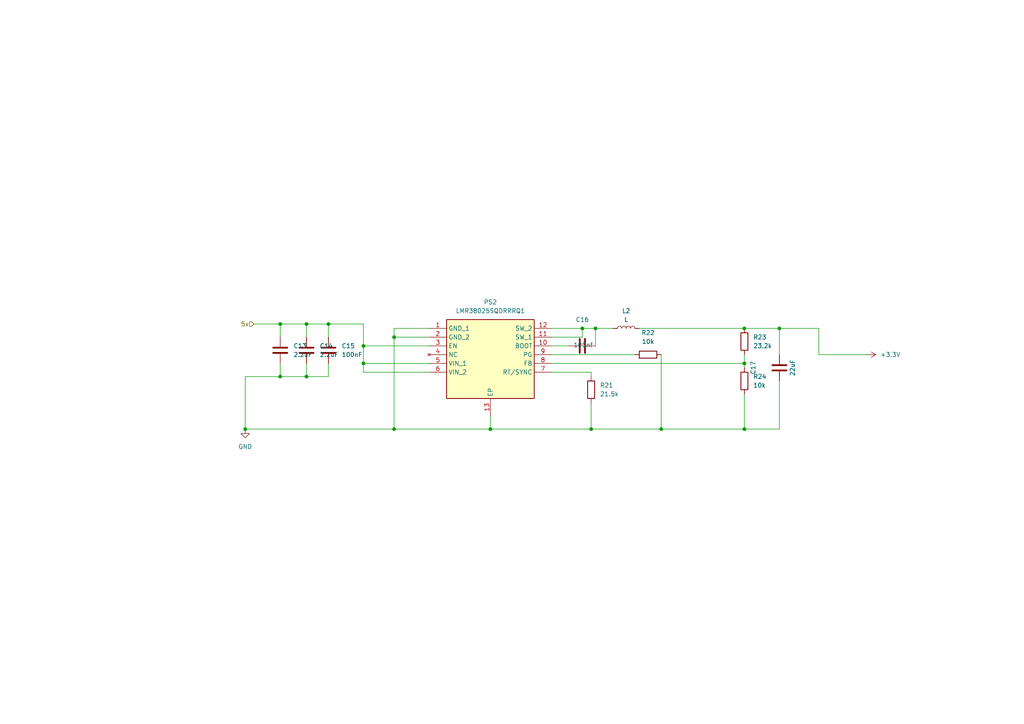
<source format=kicad_sch>
(kicad_sch (version 20250114) (generator "eeschema") (generator_version "9.0")
  (paper "A4")
  (lib_symbols
    (symbol "Device:C" (pin_numbers (hide yes)) (pin_names (offset 0.254))
      (property "Reference" "C" (at 0.635 2.54 0))
      (property "Value" "C" (at 0.635 -2.54 0))
      (symbol "C_0_1"
        (polyline (pts (xy -2.032 0.762) (xy 2.032 0.762)) (stroke (width 0.508)))
        (polyline (pts (xy -2.032 -0.762) (xy 2.032 -0.762)) (stroke (width 0.508)))
      )
      (symbol "C_1_1"
        (pin passive line (at 0 3.81 270) (length 2.794) (name "~") (number "1"))
        (pin passive line (at 0 -3.81 90) (length 2.794) (name "~") (number "2"))
      )
    )
    (symbol "Device:L" (pin_numbers (hide yes)) (pin_names (offset 1.016) (hide yes))
      (property "Reference" "L" (at -1.27 0 90))
      (property "Value" "L" (at 1.905 0 90))
      (symbol "L_0_1"
        (arc (start 0 2.54) (mid 0.6323 1.905) (end 0 1.27))
        (arc (start 0 1.27) (mid 0.6323 0.635) (end 0 0))
        (arc (start 0 0) (mid 0.6323 -0.635) (end 0 -1.27))
        (arc (start 0 -1.27) (mid 0.6323 -1.905) (end 0 -2.54))
      )
      (symbol "L_1_1"
        (pin passive line (at 0 3.81 270) (length 1.27) (name "1") (number "1"))
        (pin passive line (at 0 -3.81 90) (length 1.27) (name "2") (number "2"))
      )
    )
    (symbol "Device:R" (pin_numbers (hide yes)) (pin_names (offset 0))
      (property "Reference" "R" (at 2.032 0 90))
      (property "Value" "R" (at 0 0 90))
      (symbol "R_0_1"
        (rectangle (start -1.016 -2.54) (end 1.016 2.54) (stroke (width 0.254)))
      )
      (symbol "R_1_1"
        (pin passive line (at 0 3.81 270) (length 1.27) (name "~") (number "1"))
        (pin passive line (at 0 -3.81 90) (length 1.27) (name "~") (number "2"))
      )
    )
    (symbol "LMR38025SQDRRRQ1:LMR38025SQDRRRQ1"
      (property "Reference" "PS" (at 31.75 7.62 0))
      (property "Value" "LMR38025SQDRRRQ1" (at 31.75 5.08 0))
      (symbol "LMR38025SQDRRRQ1_1_1"
        (rectangle (start 5.08 2.54) (end 30.48 -20.32) (stroke (width 0.254)) (fill (type background)))
        (pin passive line (at 0 0 0) (length 5.08) (name "GND_1") (number "1"))
        (pin passive line (at 0 -2.54 0) (length 5.08) (name "GND_2") (number "2"))
        (pin passive line (at 0 -5.08 0) (length 5.08) (name "EN") (number "3"))
        (pin no_connect line (at 0 -7.62 0) (length 5.08) (name "NC") (number "4"))
        (pin passive line (at 0 -10.16 0) (length 5.08) (name "VIN_1") (number "5"))
        (pin passive line (at 0 -12.7 0) (length 5.08) (name "VIN_2") (number "6"))
        (pin passive line (at 17.78 -25.4 90) (length 5.08) (name "EP") (number "13"))
        (pin passive line (at 35.56 0 180) (length 5.08) (name "SW_2") (number "12"))
        (pin passive line (at 35.56 -2.54 180) (length 5.08) (name "SW_1") (number "11"))
        (pin passive line (at 35.56 -5.08 180) (length 5.08) (name "BOOT") (number "10"))
        (pin passive line (at 35.56 -7.62 180) (length 5.08) (name "PG") (number "9"))
        (pin passive line (at 35.56 -10.16 180) (length 5.08) (name "FB") (number "8"))
        (pin passive line (at 35.56 -12.7 180) (length 5.08) (name "RT/SYNC") (number "7"))
      )
    )
    (symbol "power:+3.3V" (power) (pin_numbers (hide yes)) (pin_names (offset 0) (hide yes))
      (property "Value" "+3.3V" (at 0 3.556 0))
      (symbol "+3.3V_0_1"
        (polyline (pts (xy -0.762 1.27) (xy 0 2.54)))
        (polyline (pts (xy 0 2.54) (xy 0.762 1.27)))
        (polyline (pts (xy 0 0) (xy 0 2.54)))
      )
      (symbol "+3.3V_1_1"
        (pin power_in line (at 0 0 90) (length 0) (name "~") (number "1"))
      )
    )
    (symbol "power:GND" (power) (pin_numbers (hide yes)) (pin_names (offset 0) (hide yes))
      (property "Value" "GND" (at 0 -3.81 0))
      (symbol "GND_0_1"
        (polyline (pts (xy 0 0) (xy 0 -1.27) (xy 1.27 -1.27) (xy 0 -2.54) (xy -1.27 -1.27) (xy 0 -1.27)))
      )
      (symbol "GND_1_1"
        (pin power_in line (at 0 0 270) (length 0) (name "~") (number "1"))
      )
    )
  )
  (junction (at 215.9 95.25))
  (junction (at 172.72 95.25))
  (junction (at 105.41 105.41))
  (junction (at 215.9 124.46))
  (junction (at 114.3 124.46))
  (junction (at 215.9 105.41))
  (junction (at 105.41 100.33))
  (junction (at 168.91 95.25))
  (junction (at 95.25 93.98))
  (junction (at 81.28 93.98))
  (junction (at 226.06 95.25))
  (junction (at 114.3 97.79))
  (junction (at 88.9 93.98))
  (junction (at 71.12 124.46))
  (junction (at 81.28 109.22))
  (junction (at 142.24 124.46))
  (junction (at 171.45 124.46))
  (junction (at 88.9 109.22))
  (junction (at 191.77 124.46))
  (wire (pts (xy 237.49 102.87) (xy 251.46 102.87)))
  (wire (pts (xy 71.12 109.22) (xy 81.28 109.22)))
  (wire (pts (xy 73.66 93.98) (xy 81.28 93.98)))
  (wire (pts (xy 81.28 97.79) (xy 81.28 93.98)))
  (wire (pts (xy 171.45 124.46) (xy 142.24 124.46)))
  (wire (pts (xy 172.72 95.25) (xy 168.91 95.25)))
  (wire (pts (xy 142.24 124.46) (xy 114.3 124.46)))
  (wire (pts (xy 185.42 95.25) (xy 215.9 95.25)))
  (wire (pts (xy 226.06 95.25) (xy 215.9 95.25)))
  (wire (pts (xy 171.45 116.84) (xy 171.45 124.46)))
  (wire (pts (xy 160.02 102.87) (xy 184.15 102.87)))
  (wire (pts (xy 160.02 105.41) (xy 215.9 105.41)))
  (wire (pts (xy 191.77 102.87) (xy 191.77 124.46)))
  (wire (pts (xy 124.46 100.33) (xy 105.41 100.33)))
  (wire (pts (xy 114.3 124.46) (xy 71.12 124.46)))
  (wire (pts (xy 71.12 124.46) (xy 71.12 109.22)))
  (wire (pts (xy 105.41 105.41) (xy 124.46 105.41)))
  (wire (pts (xy 105.41 93.98) (xy 105.41 100.33)))
  (wire (pts (xy 160.02 97.79) (xy 168.91 97.79)))
  (wire (pts (xy 81.28 105.41) (xy 81.28 109.22)))
  (wire (pts (xy 105.41 107.95) (xy 105.41 105.41)))
  (wire (pts (xy 88.9 105.41) (xy 88.9 109.22)))
  (wire (pts (xy 226.06 95.25) (xy 226.06 102.87)))
  (wire (pts (xy 168.91 95.25) (xy 168.91 97.79)))
  (wire (pts (xy 81.28 109.22) (xy 88.9 109.22)))
  (wire (pts (xy 88.9 93.98) (xy 95.25 93.98)))
  (wire (pts (xy 81.28 93.98) (xy 88.9 93.98)))
  (wire (pts (xy 237.49 95.25) (xy 237.49 102.87)))
  (wire (pts (xy 160.02 107.95) (xy 171.45 107.95)))
  (wire (pts (xy 215.9 102.87) (xy 215.9 105.41)))
  (wire (pts (xy 88.9 109.22) (xy 95.25 109.22)))
  (wire (pts (xy 114.3 97.79) (xy 114.3 124.46)))
  (wire (pts (xy 237.49 95.25) (xy 226.06 95.25)))
  (wire (pts (xy 215.9 124.46) (xy 191.77 124.46)))
  (wire (pts (xy 172.72 95.25) (xy 172.72 100.33)))
  (wire (pts (xy 124.46 95.25) (xy 114.3 95.25)))
  (wire (pts (xy 114.3 97.79) (xy 124.46 97.79)))
  (wire (pts (xy 105.41 100.33) (xy 105.41 105.41)))
  (wire (pts (xy 171.45 107.95) (xy 171.45 109.22)))
  (wire (pts (xy 95.25 109.22) (xy 95.25 105.41)))
  (wire (pts (xy 95.25 93.98) (xy 95.25 97.79)))
  (wire (pts (xy 142.24 120.65) (xy 142.24 124.46)))
  (wire (pts (xy 226.06 124.46) (xy 215.9 124.46)))
  (wire (pts (xy 95.25 93.98) (xy 105.41 93.98)))
  (wire (pts (xy 124.46 107.95) (xy 105.41 107.95)))
  (wire (pts (xy 160.02 95.25) (xy 168.91 95.25)))
  (wire (pts (xy 177.8 95.25) (xy 172.72 95.25)))
  (wire (pts (xy 88.9 93.98) (xy 88.9 97.79)))
  (wire (pts (xy 160.02 100.33) (xy 165.1 100.33)))
  (wire (pts (xy 215.9 105.41) (xy 215.9 106.68)))
  (wire (pts (xy 215.9 114.3) (xy 215.9 124.46)))
  (wire (pts (xy 114.3 95.25) (xy 114.3 97.79)))
  (wire (pts (xy 191.77 124.46) (xy 171.45 124.46)))
  (wire (pts (xy 226.06 110.49) (xy 226.06 124.46)))
  (hierarchical_label "5v" (shape input) (at 73.66 93.98 180))
  (symbol (lib_id "Device:R") (at 187.96 102.87 90) (unit 1)
    (property "Reference" "R22" (at 187.96 96.52 90))
    (property "Value" "10k" (at 187.96 99.06 90))
    (property "Footprint" "Resistor_SMD:R_0603_1608Metric" (effects (hide yes)))
    (property "Description" "Resistor" (effects (hide yes)))
  )
  (symbol (lib_id "LMR38025SQDRRRQ1:LMR38025SQDRRRQ1") (at 124.46 95.25 0) (unit 1)
    (property "Reference" "PS2" (at 142.24 87.63 0))
    (property "Value" "LMR38025SQDRRRQ1" (at 142.24 90.17 0))
    (property "Footprint" "LMR380:SON50P300X300X80-13N" (effects (hide yes)))
    (property "Datasheet" "https://www.ti.com/lit/gpn/lmr38025-q1" (effects (hide yes)))
    (property "Description" "Switching Voltage Regulators LMR38025SQDRRRQ1" (effects (hide yes)))
    (property "Height" "0.8" (effects (hide yes)))
    (property "Mouser Part Number" "595-LMR38025SQDRRRQ1" (effects (hide yes)))
    (property "Mouser Price/Stock" "https://www.mouser.co.uk/ProductDetail/Texas-Instruments/LMR38025SQDRRRQ1?qs=Z%252BL2brAPG1JSpH2snz70qg%3D%3D" (effects (hide yes)))
    (property "Manufacturer_Name" "Texas Instruments" (effects (hide yes)))
    (property "Manufacturer_Part_Number" "LMR38025SQDRRRQ1" (effects (hide yes)))
  )
  (symbol (lib_id "Device:L") (at 181.61 95.25 90) (unit 1)
    (property "Reference" "L2" (at 181.61 90.17 90))
    (property "Value" "L" (at 181.61 92.71 90))
    (property "Footprint" "PA4332_152NLT:IND_PA4332.152NLT" (effects (hide yes)))
    (property "Description" "Inductor" (effects (hide yes)))
  )
  (symbol (lib_id "power:GND") (at 71.12 124.46 0) (unit 1)
    (property "Reference" "#PWR028" (effects (hide yes)))
    (property "Value" "GND" (at 71.12 129.54 0))
    (property "Description" "Power symbol creates a global label with name \"GND\" , ground" (effects (hide yes)))
  )
  (symbol (lib_id "Device:C") (at 226.06 106.68 180) (unit 1)
    (property "Reference" "C17" (at 218.44 106.68 90))
    (property "Value" "22uF" (at 229.87 106.68 90))
    (property "Footprint" "Capacitor_SMD:C_0603_1608Metric" (effects (hide yes)))
    (property "Description" "Unpolarized capacitor" (effects (hide yes)))
  )
  (symbol (lib_id "power:+3.3V") (at 251.46 102.87 270) (unit 1)
    (property "Reference" "#PWR029" (effects (hide yes)))
    (property "Value" "+3.3V" (at 255.27 102.8699 90) (effects (justify left)))
    (property "Description" "Power symbol creates a global label with name \"+3.3V\"" (effects (hide yes)))
  )
  (symbol (lib_id "Device:R") (at 171.45 113.03 0) (unit 1)
    (property "Reference" "R21" (at 173.99 111.7599 0) (effects (justify left)))
    (property "Value" "21.5k" (at 173.99 114.2999 0) (effects (justify left)))
    (property "Footprint" "Resistor_SMD:R_0402_1005Metric" (effects (hide yes)))
    (property "Description" "Resistor" (effects (hide yes)))
  )
  (symbol (lib_id "Device:C") (at 95.25 101.6 0) (unit 1)
    (property "Reference" "C15" (at 99.06 100.3299 0) (effects (justify left)))
    (property "Value" "100nF" (at 99.06 102.8699 0) (effects (justify left)))
    (property "Footprint" "Capacitor_SMD:C_0201_0603Metric" (effects (hide yes)))
    (property "Description" "Unpolarized capacitor" (effects (hide yes)))
  )
  (symbol (lib_id "Device:C") (at 81.28 101.6 0) (unit 1)
    (property "Reference" "C13" (at 85.09 100.3299 0) (effects (justify left)))
    (property "Value" "2.2uF" (at 85.09 102.8699 0) (effects (justify left)))
    (property "Footprint" "Capacitor_SMD:C_0201_0603Metric" (effects (hide yes)))
    (property "Description" "Unpolarized capacitor" (effects (hide yes)))
  )
  (symbol (lib_id "Device:R") (at 215.9 110.49 180) (unit 1)
    (property "Reference" "R24" (at 218.44 109.2199 0) (effects (justify right)))
    (property "Value" "10k" (at 218.44 111.7599 0) (effects (justify right)))
    (property "Footprint" "Resistor_SMD:R_0603_1608Metric" (effects (hide yes)))
    (property "Description" "Resistor" (effects (hide yes)))
  )
  (symbol (lib_id "Device:C") (at 168.91 100.33 90) (unit 1)
    (property "Reference" "C16" (at 168.91 92.71 90))
    (property "Value" "100nf" (at 169.164 100.076 90))
    (property "Footprint" "Capacitor_SMD:C_0201_0603Metric" (effects (hide yes)))
    (property "Description" "Unpolarized capacitor" (effects (hide yes)))
  )
  (symbol (lib_id "Device:C") (at 88.9 101.6 0) (unit 1)
    (property "Reference" "C14" (at 92.71 100.3299 0) (effects (justify left)))
    (property "Value" "2.2uF" (at 92.71 102.8699 0) (effects (justify left)))
    (property "Footprint" "Capacitor_SMD:C_0201_0603Metric" (effects (hide yes)))
    (property "Description" "Unpolarized capacitor" (effects (hide yes)))
  )
  (symbol (lib_id "Device:R") (at 215.9 99.06 180) (unit 1)
    (property "Reference" "R23" (at 218.44 97.7899 0) (effects (justify right)))
    (property "Value" "23.2k" (at 218.44 100.3299 0) (effects (justify right)))
    (property "Footprint" "Resistor_SMD:R_0805_2012Metric" (effects (hide yes)))
    (property "Description" "Resistor" (effects (hide yes)))
  )
)
</source>
